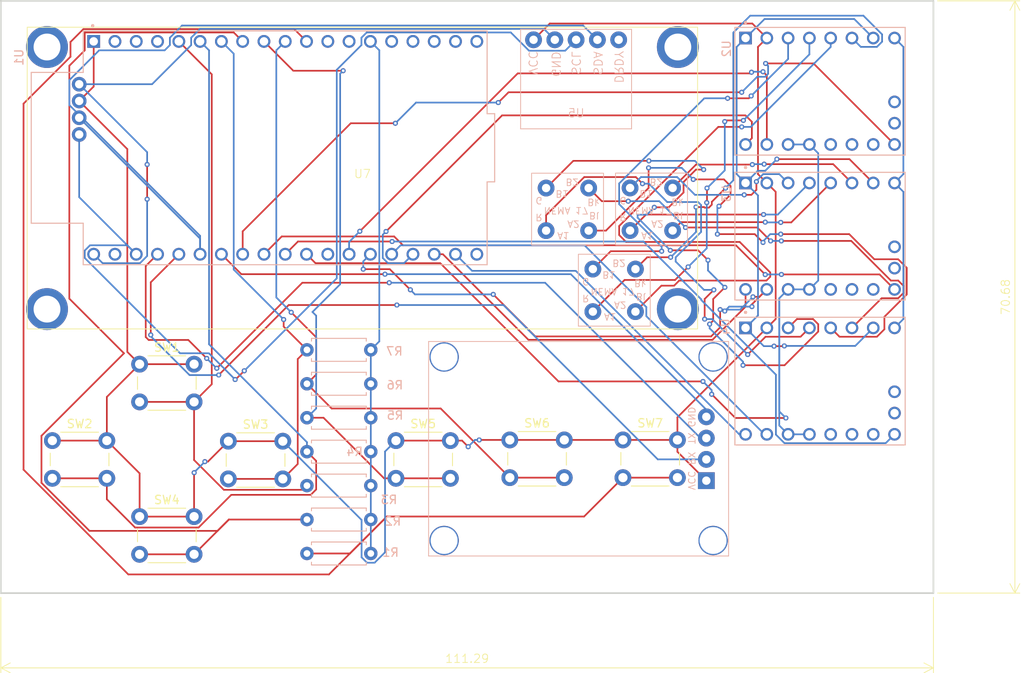
<source format=kicad_pcb>
(kicad_pcb (version 20241229) (generator "pcbnew") (generator_version "9.0")
  (layers (0 "F.Cu" signal) (2 "B.Cu" signal) (13 "F.Paste" user) (15 "B.Paste" user) (5 "F.SilkS" user "F.Silkscreen") (7 "B.SilkS" user "B.Silkscreen") (1 "F.Mask" user) (3 "B.Mask" user) (25 "Edge.Cuts" user))
  (net 0 "")
  (net 1 "Net-(U2-M1A)")
  (net 2 "Net-(U2-M2B)")
  (net 3 "Net-(M1--)")
  (net 4 "Net-(U2-M1B)")
  (net 5 "Net-(M2--)")
  (net 6 "Net-(U3-M1B)")
  (net 7 "Net-(U3-M2B)")
  (net 8 "Net-(U3-M1A)")
  (net 9 "Net-(M3--)")
  (net 10 "Net-(U4-M1A)")
  (net 11 "Net-(U4-M2B)")
  (net 12 "Net-(U4-M1B)")
  (net 13 "Net-(U1-GND1)")
  (net 14 "Net-(U1-IO27)")
  (net 15 "Net-(U1-IO33)")
  (net 16 "Net-(U1-IO34)")
  (net 17 "Net-(U1-IO35)")
  (net 18 "Net-(U1-IO25)")
  (net 19 "Net-(U1-IO26)")
  (net 20 "Net-(U1-IO32)")
  (net 21 "Net-(U1-3V3)")
  (net 24 "Net-(U1-RXD0)")
  (net 28 "Net-(U1-GND2)")
  (net 29 "Net-(U1-IO4)")
  (net 31 "Net-(U1-IO17)")
  (net 32 "Net-(U1-TXD0)")
  (net 35 "Net-(U1-IO22)")
  (net 36 "Net-(U1-IO18)")
  (net 37 "Net-(U1-IO19)")
  (net 38 "Net-(U1-SD1)")
  (net 39 "Net-(U1-IO0)")
  (net 40 "Net-(U1-IO2)")
  (net 44 "Net-(U1-GND3)")
  (net 45 "Net-(U1-SD0)")
  (net 46 "Net-(U1-IO21)")
  (net 48 "Net-(U1-IO15)")
  (net 49 "Net-(U1-IO5)")
  (net 51 "GND (6S LiPo)")
  (net 55 "+22.2V-25.2V (6S LiPo)")
  (footprint "Button_Switch_THT:SW_PUSH_6mm" (layer "F.Cu") (at 94.53 108.06)
    (property "Reference" "SW2")
    (property "Value" "SW_Push")
  )
  (footprint "Button_Switch_THT:SW_PUSH_6mm" (layer "F.Cu") (at 115.53 108.13)
    (property "Reference" "SW3")
    (property "Value" "SW_Push")
  )
  (footprint "Button_Switch_THT:SW_PUSH_6mm" (layer "F.Cu") (at 149.12 107.98)
    (property "Reference" "SW6")
    (property "Value" "SW_Push")
  )
  (footprint "Button_Switch_THT:SW_PUSH_6mm" (layer "F.Cu") (at 104.94 98.94)
    (property "Reference" "SW1")
    (property "Value" "SW_Push")
  )
  (footprint "Button_Switch_THT:SW_PUSH_6mm" (layer "F.Cu") (at 162.62 107.98)
    (property "Reference" "SW7")
    (property "Value" "SW_Push")
  )
  (footprint "Button_Switch_THT:SW_PUSH_6mm" (layer "F.Cu") (at 135.53 108.06)
    (property "Reference" "SW5")
    (property "Value" "SW_Push")
  )
  (footprint "i2c_LCD:i2c_LCD" (layer "F.Cu") (at 131.53 76.73)
    (property "Reference" "U7")
    (property "Value" "i2c_LCD")
  )
  (footprint "Button_Switch_THT:SW_PUSH_6mm" (layer "F.Cu") (at 104.94 117.13)
    (property "Reference" "SW4")
    (property "Value" "SW_Push")
  )
  (footprint "DEVKIT_V1_ESP32-WROOM-32:MODULE_DEVKIT_V1_ESP32-WROOM-32" (layer "B.Cu") (at 122.31 73.12 -90)
    (property "Reference" "U1")
    (property "Value" "DEVKIT_V1_ESP32-WROOM-32")
  )
  (footprint "Resistor_THT:R_Axial_DIN0207_L6.3mm_D2.5mm_P7.62mm_Horizontal" (layer "B.Cu") (at 124.91 121.53)
    (property "Reference" "R1")
    (property "Value" "10K")
  )
  (footprint "Resistor_THT:R_Axial_DIN0207_L6.3mm_D2.5mm_P7.62mm_Horizontal" (layer "B.Cu") (at 124.91 117.48)
    (property "Reference" "R2")
    (property "Value" "10K")
  )
  (footprint "Resistor_THT:R_Axial_DIN0207_L6.3mm_D2.5mm_P7.62mm_Horizontal" (layer "B.Cu") (at 124.91 105.33)
    (property "Reference" "R5")
    (property "Value" "10K")
  )
  (footprint "NEO-8M:GPS NEO-8M" (layer "B.Cu") (at 157.33 109.03)
    (property "Reference" "U6" (hide yes))
    (property "Value" "NEO-8M")
  )
  (footprint "Resistor_THT:R_Axial_DIN0207_L6.3mm_D2.5mm_P7.62mm_Horizontal" (layer "B.Cu") (at 124.91 101.28)
    (property "Reference" "R6")
    (property "Value" "10K")
  )
  (footprint "TMC2209_MODULE:MODULE_TMC2209_SILENTSTEPSTICK" (layer "B.Cu") (at 186.14 83.665 -90)
    (property "Reference" "U3")
    (property "Value" "TMC2209_SILENTSTEPSTICK")
  )
  (footprint "NEMA_17:NEMA-17" (layer "B.Cu") (at 154.72 81.73)
    (property "Reference" "M3" (hide yes))
    (property "Value" "Stepper_Motor_bipolar" (hide yes))
  )
  (footprint "NEMA_17:NEMA-17" (layer "B.Cu") (at 160.3 91.4)
    (property "Reference" "M1" (hide yes))
    (property "Value" "Stepper_Motor_bipolar" (hide yes))
  )
  (footprint "TMC2209_MODULE:MODULE_TMC2209_SILENTSTEPSTICK" (layer "B.Cu") (at 186.14 66.37 -90)
    (property "Reference" "U2")
    (property "Value" "TMC2209_SILENTSTEPSTICK")
  )
  (footprint "QMC5883L:QMC5883L" (layer "B.Cu") (at 157.03 65.23 180)
    (property "Reference" "U5")
    (property "Value" "QMC5883L_COMPASS" (hide yes))
  )
  (footprint "TMC2209_MODULE:MODULE_TMC2209_SILENTSTEPSTICK" (layer "B.Cu") (at 186.14 100.96 -90)
    (property "Reference" "U4")
    (property "Value" "TMC2209_SILENTSTEPSTICK")
  )
  (footprint "NEMA_17:NEMA-17" (layer "B.Cu") (at 164.74 81.72)
    (property "Reference" "M2" (hide yes))
    (property "Value" "Stepper_Motor_bipolar" (hide yes))
  )
  (footprint "Resistor_THT:R_Axial_DIN0207_L6.3mm_D2.5mm_P7.62mm_Horizontal" (layer "B.Cu") (at 124.91 113.43)
    (property "Reference" "R3")
    (property "Value" "10K")
  )
  (footprint "Resistor_THT:R_Axial_DIN0207_L6.3mm_D2.5mm_P7.62mm_Horizontal" (layer "B.Cu") (at 124.91 97.23)
    (property "Reference" "R7")
    (property "Value" "10K")
  )
  (footprint "Resistor_THT:R_Axial_DIN0207_L6.3mm_D2.5mm_P7.62mm_Horizontal" (layer "B.Cu") (at 124.91 109.38)
    (property "Reference" "R4")
    (property "Value" "10K")
  )
  (gr_rect (start 88.38 55.58) (end 199.67 126.26) (stroke (width 0.2)) (fill no) (layer "Edge.Cuts"))
  (dimension (type orthogonal) (layer "F.SilkS") (pts (xy 199.67 126.26) (xy 199.67 55.58)) (height 9.72) (orientation 1) (format (prefix "") (suffix "") (units 3) (units_format 0) (precision 4) (suppress_zeroes yes)) (style (thickness 0.1) (arrow_length 1.27) (text_position_mode 0) (arrow_direction outward) (extension_height 0.58642) (extension_offset 0.5) (keep_text_aligned yes)) (gr_text "70.68" (at 208.29 90.92 90) (layer "F.SilkS") (effects (font (size 1 1) (thickness 0.1)))))
  (dimension (type orthogonal) (layer "F.SilkS") (pts (xy 199.67 126.26) (xy 88.38 126.26)) (height 8.92) (orientation 0) (format (prefix "") (suffix "") (units 3) (units_format 0) (precision 4) (suppress_zeroes yes)) (style (thickness 0.1) (arrow_length 1.27) (text_position_mode 0) (arrow_direction outward) (extension_height 0.58642) (extension_offset 0.5) (keep_text_aligned yes)) (gr_text "111.29" (at 144.025 134.08 0) (layer "F.SilkS") (effects (font (size 1 1) (thickness 0.1)))))
  (segment (start 176.99 69.85) (end 174.91 69.85) (width 0.2) (layer "F.Cu") (net 1))
  (segment (start 168.839 88.891) (end 162.809 88.891) (width 0.2) (layer "F.Cu") (net 1))
  (segment (start 174.91 69.85) (end 174.77 69.99) (width 0.2) (layer "F.Cu") (net 1))
  (segment (start 172.65 77.93) (end 172.65 79.63) (width 0.2) (layer "F.Cu") (net 1))
  (segment (start 162.809 88.891) (end 159.03 92.67) (width 0.2) (layer "F.Cu") (net 1))
  (segment (start 170.4 87.33) (end 168.839 88.891) (width 0.2) (layer "F.Cu") (net 1))
  (segment (start 172.65 79.63) (end 172.62 79.66) (width 0.2) (layer "F.Cu") (net 1))
  (via (at 172.65 77.93) (size 0.6) (drill 0.3) (layers "F.Cu" "B.Cu") (net 1))
  (via (at 170.4 87.33) (size 0.6) (drill 0.3) (layers "F.Cu" "B.Cu") (net 1))
  (via (at 176.99 69.85) (size 0.6) (drill 0.3) (layers "F.Cu" "B.Cu") (net 1))
  (via (at 172.62 79.66) (size 0.6) (drill 0.3) (layers "F.Cu" "B.Cu") (net 1))
  (via (at 174.77 69.99) (size 0.6) (drill 0.3) (layers "F.Cu" "B.Cu") (net 1))
  (segment (start 172.62 79.66) (end 172.62 85.11) (width 0.2) (layer "B.Cu") (net 1))
  (segment (start 172.62 85.11) (end 170.4 87.33) (width 0.2) (layer "B.Cu") (net 1))
  (segment (start 184.87 61.97) (end 176.99 69.85) (width 0.2) (layer "B.Cu") (net 1))
  (segment (start 184.87 60.02) (end 184.87 61.97) (width 0.2) (layer "B.Cu") (net 1))
  (segment (start 174.77 69.99) (end 174.77 75.81) (width 0.2) (layer "B.Cu") (net 1))
  (segment (start 174.77 75.81) (end 172.65 77.93) (width 0.2) (layer "B.Cu") (net 1))
  (segment (start 168.31 86.18) (end 165.52 86.18) (width 0.2) (layer "F.Cu") (net 2))
  (segment (start 173.221 79.569) (end 174.86 77.93) (width 0.2) (layer "F.Cu") (net 2))
  (segment (start 172.371057 80.261) (end 172.868943 80.261) (width 0.2) (layer "F.Cu") (net 2))
  (segment (start 172.300057 80.19) (end 172.371057 80.261) (width 0.2) (layer "F.Cu") (net 2))
  (segment (start 173.221 79.908943) (end 173.221 79.569) (width 0.2) (layer "F.Cu") (net 2))
  (segment (start 165.52 86.18) (end 164.11 87.59) (width 0.2) (layer "F.Cu") (net 2))
  (segment (start 172.868943 80.261) (end 173.221 79.908943) (width 0.2) (layer "F.Cu") (net 2))
  (segment (start 171.34 80.19) (end 172.300057 80.19) (width 0.2) (layer "F.Cu") (net 2))
  (via (at 171.34 80.19) (size 0.6) (drill 0.3) (layers "F.Cu" "B.Cu") (net 2))
  (via (at 168.31 86.18) (size 0.6) (drill 0.3) (layers "F.Cu" "B.Cu") (net 2))
  (via (at 174.86 77.93) (size 0.6) (drill 0.3) (layers "F.Cu" "B.Cu") (net 2))
  (segment (start 177.811 57.349) (end 175.789 59.371) (width 0.2) (layer "B.Cu") (net 2))
  (segment (start 191.005 61.075) (end 192.926996 61.075) (width 0.2) (layer "B.Cu") (net 2))
  (segment (start 175.789 77.001) (end 174.86 77.93) (width 0.2) (layer "B.Cu") (net 2))
  (segment (start 171.34 80.19) (end 171.34 83.16) (width 0.2) (layer "B.Cu") (net 2))
  (segment (start 171.34 83.16) (end 168.34 86.16) (width 0.2) (layer "B.Cu") (net 2))
  (segment (start 192.926996 61.075) (end 193.545 60.456996) (width 0.2) (layer "B.Cu") (net 2))
  (segment (start 191.310996 57.349) (end 177.811 57.349) (width 0.2) (layer "B.Cu") (net 2))
  (segment (start 189.95 60.02) (end 191.005 61.075) (width 0.2) (layer "B.Cu") (net 2))
  (segment (start 168.33 86.16) (end 168.31 86.18) (width 0.2) (layer "B.Cu") (net 2))
  (segment (start 193.545 59.583004) (end 191.310996 57.349) (width 0.2) (layer "B.Cu") (net 2))
  (segment (start 193.545 60.456996) (end 193.545 59.583004) (width 0.2) (layer "B.Cu") (net 2))
  (segment (start 168.34 86.16) (end 168.33 86.16) (width 0.2) (layer "B.Cu") (net 2))
  (segment (start 175.789 59.371) (end 175.789 77.001) (width 0.2) (layer "B.Cu") (net 2))
  (segment (start 173.995509 70.624599) (end 162.169 82.451108) (width 0.2) (layer "F.Cu") (net 3))
  (segment (start 168.7281 89.569) (end 167.211 89.569) (width 0.2) (layer "F.Cu") (net 3))
  (segment (start 162.169 83.528892) (end 162.993108 84.353) (width 0.2) (layer "F.Cu") (net 3))
  (segment (start 162.993108 84.353) (end 176.552943 84.353) (width 0.2) (layer "F.Cu") (net 3))
  (segment (start 176.789999 70.624599) (end 173.995509 70.624599) (width 0.2) (layer "F.Cu") (net 3))
  (segment (start 180.201 88.001057) (end 180.201 88.498943) (width 0.2) (layer "F.Cu") (net 3))
  (segment (start 180.201 88.498943) (end 179.739943 88.96) (width 0.2) (layer "F.Cu") (net 3))
  (segment (start 179.739943 88.96) (end 169.3371 88.96) (width 0.2) (layer "F.Cu") (net 3))
  (segment (start 176.552943 84.353) (end 180.201 88.001057) (width 0.2) (layer "F.Cu") (net 3))
  (segment (start 169.3371 88.96) (end 168.7281 89.569) (width 0.2) (layer "F.Cu") (net 3))
  (segment (start 162.169 82.451108) (end 162.169 83.528892) (width 0.2) (layer "F.Cu") (net 3))
  (segment (start 167.211 89.569) (end 164.11 92.67) (width 0.2) (layer "F.Cu") (net 3))
  (via (at 176.789999 70.624599) (size 0.6) (drill 0.3) (layers "F.Cu" "B.Cu") (net 3))
  (segment (start 177.871718 70.624599) (end 176.789999 70.624599) (width 0.2) (layer "B.Cu") (net 3))
  (segment (start 187.41 61.086317) (end 177.871718 70.624599) (width 0.2) (layer "B.Cu") (net 3))
  (segment (start 187.41 60.02) (end 187.41 61.086317) (width 0.2) (layer "B.Cu") (net 3))
  (segment (start 161.16 85.46) (end 167.24 85.46) (width 0.2) (layer "F.Cu") (net 4))
  (segment (start 177.64 67.21) (end 177.92 66.93) (width 0.2) (layer "F.Cu") (net 4))
  (segment (start 175.11 67.21) (end 177.64 67.21) (width 0.2) (layer "F.Cu") (net 4))
  (segment (start 159.03 87.59) (end 161.16 85.46) (width 0.2) (layer "F.Cu") (net 4))
  (via (at 167.24 85.46) (size 0.6) (drill 0.3) (layers "F.Cu" "B.Cu") (net 4))
  (via (at 175.11 67.21) (size 0.6) (drill 0.3) (layers "F.Cu" "B.Cu") (net 4))
  (via (at 177.92 66.93) (size 0.6) (drill 0.3) (layers "F.Cu" "B.Cu") (net 4))
  (segment (start 167.24 84.920108) (end 162.169 79.849108) (width 0.2) (layer "B.Cu") (net 4))
  (segment (start 172.330108 67.21) (end 175.11 67.21) (width 0.2) (layer "B.Cu") (net 4))
  (segment (start 162.169 77.371108) (end 172.330108 67.21) (width 0.2) (layer "B.Cu") (net 4))
  (segment (start 162.169 79.849108) (end 162.169 77.371108) (width 0.2) (layer "B.Cu") (net 4))
  (segment (start 182.33 62.52) (end 182.33 60.02) (width 0.2) (layer "B.Cu") (net 4))
  (segment (start 177.92 66.93) (end 182.33 62.52) (width 0.2) (layer "B.Cu") (net 4))
  (segment (start 167.24 85.46) (end 167.24 84.920108) (width 0.2) (layer "B.Cu") (net 4))
  (segment (start 182.705 82.02) (end 181.45 82.02) (width 0.2) (layer "F.Cu") (net 5))
  (segment (start 179.6 81.99) (end 169.55 81.99) (width 0.2) (layer "F.Cu") (net 5))
  (segment (start 169.55 81.99) (end 168.55 82.99) (width 0.2) (layer "F.Cu") (net 5))
  (segment (start 187.41 77.315) (end 182.705 82.02) (width 0.2) (layer "F.Cu") (net 5))
  (via (at 181.45 82.02) (size 0.6) (drill 0.3) (layers "F.Cu" "B.Cu") (net 5))
  (via (at 179.6 81.99) (size 0.6) (drill 0.3) (layers "F.Cu" "B.Cu") (net 5))
  (segment (start 181.45 82.02) (end 179.63 82.02) (width 0.2) (layer "B.Cu") (net 5))
  (segment (start 179.63 82.02) (end 179.6 81.99) (width 0.2) (layer "B.Cu") (net 5))
  (segment (start 178.546046 77.156572) (end 178.546046 78.128954) (width 0.2) (layer "F.Cu") (net 6))
  (segment (start 178.546046 78.128954) (end 177.945 78.73) (width 0.2) (layer "F.Cu") (net 6))
  (segment (start 177.945 78.73) (end 177.09 78.73) (width 0.2) (layer "F.Cu") (net 6))
  (via (at 178.546046 77.156572) (size 0.6) (drill 0.3) (layers "F.Cu" "B.Cu") (net 6))
  (via (at 177.09 78.73) (size 0.6) (drill 0.3) (layers "F.Cu" "B.Cu") (net 6))
  (segment (start 171.209892 78.73) (end 169.088892 76.609) (width 0.2) (layer "B.Cu") (net 6))
  (segment (start 169.088892 76.609) (end 164.771 76.609) (width 0.2) (layer "B.Cu") (net 6))
  (segment (start 181.275 76.26) (end 179.353004 76.26) (width 0.2) (layer "B.Cu") (net 6))
  (segment (start 182.33 77.315) (end 181.275 76.26) (width 0.2) (layer "B.Cu") (net 6))
  (segment (start 179.353004 76.26) (end 178.546046 77.066958) (width 0.2) (layer "B.Cu") (net 6))
  (segment (start 164.771 76.609) (end 163.47 77.91) (width 0.2) (layer "B.Cu") (net 6))
  (segment (start 177.09 78.73) (end 171.209892 78.73) (width 0.2) (layer "B.Cu") (net 6))
  (segment (start 178.546046 77.066958) (end 178.546046 77.156572) (width 0.2) (layer "B.Cu") (net 6))
  (segment (start 189.95 77.315) (end 187.705 75.07) (width 0.2) (layer "F.Cu") (net 7))
  (segment (start 178.06 75.12) (end 171.34 75.12) (width 0.2) (layer "F.Cu") (net 7))
  (segment (start 187.705 75.07) (end 179.47 75.07) (width 0.2) (layer "F.Cu") (net 7))
  (segment (start 171.34 75.12) (end 168.55 77.91) (width 0.2) (layer "F.Cu") (net 7))
  (via (at 179.47 75.07) (size 0.6) (drill 0.3) (layers "F.Cu" "B.Cu") (net 7))
  (via (at 178.06 75.12) (size 0.6) (drill 0.3) (layers "F.Cu" "B.Cu") (net 7))
  (segment (start 178.11 75.07) (end 178.06 75.12) (width 0.2) (layer "B.Cu") (net 7))
  (segment (start 179.47 75.07) (end 178.11 75.07) (width 0.2) (layer "B.Cu") (net 7))
  (segment (start 165.38 81.08) (end 163.47 82.99) (width 0.2) (layer "F.Cu") (net 8))
  (segment (start 179.4 81.08) (end 165.38 81.08) (width 0.2) (layer "F.Cu") (net 8))
  (via (at 179.4 81.08) (size 0.6) (drill 0.3) (layers "F.Cu" "B.Cu") (net 8))
  (segment (start 181.105 81.08) (end 179.4 81.08) (width 0.2) (layer "B.Cu") (net 8))
  (segment (start 184.87 77.315) (end 181.105 81.08) (width 0.2) (layer "B.Cu") (net 8))
  (segment (start 175.461 77.681057) (end 174.669943 76.89) (width 0.2) (layer "F.Cu") (net 9))
  (segment (start 193.82 93.284096) (end 196.486 90.618096) (width 0.2) (layer "F.Cu") (net 9))
  (segment (start 188.465 95.665) (end 192.926996 95.665) (width 0.2) (layer "F.Cu") (net 9))
  (segment (start 174.669943 76.89) (end 171.01 76.89) (width 0.2) (layer "F.Cu") (net 9))
  (segment (start 187.41 94.61) (end 188.465 95.665) (width 0.2) (layer "F.Cu") (net 9))
  (segment (start 160.589943 83) (end 158.53 83) (width 0.2) (layer "F.Cu") (net 9))
  (segment (start 192.620104 86.42) (end 189.620104 83.42) (width 0.2) (layer "F.Cu") (net 9))
  (segment (start 174.08 80.09) (end 175.461 78.709) (width 0.2) (layer "F.Cu") (net 9))
  (segment (start 189.620104 83.42) (end 181.45 83.42) (width 0.2) (layer "F.Cu") (net 9))
  (segment (start 165.68 75.51) (end 165.68 77.909943) (width 0.2) (layer "F.Cu") (net 9))
  (segment (start 196.486 90.618096) (end 196.486 87.439004) (width 0.2) (layer "F.Cu") (net 9))
  (segment (start 195.466996 86.42) (end 192.620104 86.42) (width 0.2) (layer "F.Cu") (net 9))
  (segment (start 175.461 78.709) (end 175.461 77.681057) (width 0.2) (layer "F.Cu") (net 9))
  (segment (start 179.335 84.41) (end 178.345 83.42) (width 0.2) (layer "F.Cu") (net 9))
  (segment (start 192.926996 95.665) (end 193.82 94.771996) (width 0.2) (layer "F.Cu") (net 9))
  (segment (start 165.68 77.909943) (end 160.589943 83) (width 0.2) (layer "F.Cu") (net 9))
  (segment (start 178.345 83.42) (end 173.89 83.42) (width 0.2) (layer "F.Cu") (net 9))
  (segment (start 193.82 94.771996) (end 193.82 93.284096) (width 0.2) (layer "F.Cu") (net 9))
  (segment (start 196.486 87.439004) (end 195.466996 86.42) (width 0.2) (layer "F.Cu") (net 9))
  (via (at 165.68 75.51) (size 0.6) (drill 0.3) (layers "F.Cu" "B.Cu") (net 9))
  (via (at 173.89 83.42) (size 0.6) (drill 0.3) (layers "F.Cu" "B.Cu") (net 9))
  (via (at 181.45 83.42) (size 0.6) (drill 0.3) (layers "F.Cu" "B.Cu") (net 9))
  (via (at 171.01 76.89) (size 0.6) (drill 0.3) (layers "F.Cu" "B.Cu") (net 9))
  (via (at 179.335 84.41) (size 0.6) (drill 0.3) (layers "F.Cu" "B.Cu") (net 9))
  (via (at 174.08 80.09) (size 0.6) (drill 0.3) (layers "F.Cu" "B.Cu") (net 9))
  (segment (start 173.89 80.28) (end 174.08 80.09) (width 0.2) (layer "B.Cu") (net 9))
  (segment (start 181.45 83.42) (end 180.2 83.42) (width 0.2) (layer "B.Cu") (net 9))
  (segment (start 179.335 84.285) (end 179.335 84.41) (width 0.2) (layer "B.Cu") (net 9))
  (segment (start 180.2 83.42) (end 179.335 84.285) (width 0.2) (layer "B.Cu") (net 9))
  (segment (start 169.63 75.51) (end 165.68 75.51) (width 0.2) (layer "B.Cu") (net 9))
  (segment (start 173.89 83.42) (end 173.89 80.28) (width 0.2) (layer "B.Cu") (net 9))
  (segment (start 171.01 76.89) (end 169.63 75.51) (width 0.2) (layer "B.Cu") (net 9))
  (segment (start 164.159 76.609) (end 158.001108 76.609) (width 0.2) (layer "F.Cu") (net 10))
  (segment (start 172.37 93.56) (end 172.37 91.16) (width 0.2) (layer "F.Cu") (net 10))
  (segment (start 158.001108 76.609) (end 153.45 81.160108) (width 0.2) (layer "F.Cu") (net 10))
  (segment (start 153.45 81.160108) (end 153.45 83) (width 0.2) (layer "F.Cu") (net 10))
  (segment (start 179.635 95.665) (end 177.51 97.79) (width 0.2) (layer "F.Cu") (net 10))
  (segment (start 172.37 91.16) (end 173.46 90.07) (width 0.2) (layer "F.Cu") (net 10))
  (segment (start 164.95 77.4) (end 164.159 76.609) (width 0.2) (layer "F.Cu") (net 10))
  (segment (start 183.815 95.665) (end 179.635 95.665) (width 0.2) (layer "F.Cu") (net 10))
  (segment (start 184.87 94.61) (end 183.815 95.665) (width 0.2) (layer "F.Cu") (net 10))
  (via (at 172.37 93.56) (size 0.6) (drill 0.3) (layers "F.Cu" "B.Cu") (net 10))
  (via (at 177.51 97.79) (size 0.6) (drill 0.3) (layers "F.Cu" "B.Cu") (net 10))
  (via (at 173.46 90.07) (size 0.6) (drill 0.3) (layers "F.Cu" "B.Cu") (net 10))
  (via (at 164.95 77.4) (size 0.6) (drill 0.3) (layers "F.Cu" "B.Cu") (net 10))
  (segment (start 167.898943 79.589) (end 165.709943 77.4) (width 0.2) (layer "B.Cu") (net 10))
  (segment (start 171.941 79.941057) (end 171.588943 79.589) (width 0.2) (layer "B.Cu") (net 10))
  (segment (start 168.911 86.690943) (end 168.911 86.193057) (width 0.2) (layer "B.Cu") (net 10))
  (segment (start 177.51 97.79) (end 173.28 93.56) (width 0.2) (layer "B.Cu") (net 10))
  (segment (start 173.46 90.07) (end 172.290057 90.07) (width 0.2) (layer "B.Cu") (net 10))
  (segment (start 171.588943 79.589) (end 167.898943 79.589) (width 0.2) (layer "B.Cu") (net 10))
  (segment (start 171.941 83.163057) (end 171.941 79.941057) (width 0.2) (layer "B.Cu") (net 10))
  (segment (start 165.709943 77.4) (end 164.95 77.4) (width 0.2) (layer "B.Cu") (net 10))
  (segment (start 168.911 86.193057) (end 171.941 83.163057) (width 0.2) (layer "B.Cu") (net 10))
  (segment (start 173.28 93.56) (end 172.37 93.56) (width 0.2) (layer "B.Cu") (net 10))
  (segment (start 172.290057 90.07) (end 168.911 86.690943) (width 0.2) (layer "B.Cu") (net 10))
  (segment (start 196.085 90.451996) (end 196.085 89.578004) (width 0.2) (layer "F.Cu") (net 11))
  (segment (start 189.95 94.61) (end 193.49 91.07) (width 0.2) (layer "F.Cu") (net 11))
  (segment (start 194.593004 88.96) (end 189.863004 84.23) (width 0.2) (layer "F.Cu") (net 11))
  (segment (start 195.466996 88.96) (end 194.593004 88.96) (width 0.2) (layer "F.Cu") (net 11))
  (segment (start 189.863004 84.23) (end 181.52 84.23) (width 0.2) (layer "F.Cu") (net 11))
  (segment (start 178.645 82.63) (end 170.09 82.63) (width 0.2) (layer "F.Cu") (net 11))
  (segment (start 160.1 79.49) (end 158.53 77.92) (width 0.2) (layer "F.Cu") (net 11))
  (segment (start 163.25 79.49) (end 160.1 79.49) (width 0.2) (layer "F.Cu") (net 11))
  (segment (start 193.49 91.07) (end 195.466996 91.07) (width 0.2) (layer "F.Cu") (net 11))
  (segment (start 195.466996 91.07) (end 196.085 90.451996) (width 0.2) (layer "F.Cu") (net 11))
  (segment (start 196.085 89.578004) (end 195.466996 88.96) (width 0.2) (layer "F.Cu") (net 11))
  (segment (start 180.245 84.23) (end 178.645 82.63) (width 0.2) (layer "F.Cu") (net 11))
  (via (at 181.52 84.23) (size 0.6) (drill 0.3) (layers "F.Cu" "B.Cu") (net 11))
  (via (at 180.245 84.23) (size 0.6) (drill 0.3) (layers "F.Cu" "B.Cu") (net 11))
  (via (at 170.09 82.63) (size 0.6) (drill 0.3) (layers "F.Cu" "B.Cu") (net 11))
  (via (at 163.25 79.49) (size 0.6) (drill 0.3) (layers "F.Cu" "B.Cu") (net 11))
  (segment (start 170.09 82.63) (end 166.95 79.49) (width 0.2) (layer "B.Cu") (net 11))
  (segment (start 181.52 84.23) (end 180.245 84.23) (width 0.2) (layer "B.Cu") (net 11))
  (segment (start 166.95 79.49) (end 163.25 79.49) (width 0.2) (layer "B.Cu") (net 11))
  (segment (start 185.925 95.046996) (end 181.901996 99.07) (width 0.2) (layer "F.Cu") (net 12))
  (segment (start 173.39 93.735588) (end 173.39 91.16) (width 0.2) (layer "F.Cu") (net 12))
  (segment (start 166.36 80.22) (end 168.079892 80.22) (width 0.2) (layer "F.Cu") (net 12))
  (segment (start 185.925 94.173004) (end 185.925 95.046996) (width 0.2) (layer "F.Cu") (net 12))
  (segment (start 182.33 94.61) (end 183.385 93.555) (width 0.2) (layer "F.Cu") (net 12))
  (segment (start 185.306996 93.555) (end 185.925 94.173004) (width 0.2) (layer "F.Cu") (net 12))
  (segment (start 172.77 86.53) (end 171.594 85.354) (width 0.2) (layer "F.Cu") (net 12))
  (segment (start 173.39 91.16) (end 174.78 89.77) (width 0.2) (layer "F.Cu") (net 12))
  (segment (start 169.851 78.448892) (end 169.851 77.199057) (width 0.2) (layer "F.Cu") (net 12))
  (segment (start 165.714319 74.674319) (end 156.695681 74.674319) (width 0.2) (layer "F.Cu") (net 12))
  (segment (start 171.330057 75.72) (end 172.25 75.72) (width 0.2) (layer "F.Cu") (net 12))
  (segment (start 169.851 77.199057) (end 171.330057 75.72) (width 0.2) (layer "F.Cu") (net 12))
  (segment (start 181.901996 99.07) (end 176.95 99.07) (width 0.2) (layer "F.Cu") (net 12))
  (segment (start 183.385 93.555) (end 185.306996 93.555) (width 0.2) (layer "F.Cu") (net 12))
  (segment (start 172.965588 94.16) (end 173.39 93.735588) (width 0.2) (layer "F.Cu") (net 12))
  (segment (start 171.594 85.354) (end 168.27 85.354) (width 0.2) (layer "F.Cu") (net 12))
  (segment (start 156.695681 74.674319) (end 153.45 77.92) (width 0.2) (layer "F.Cu") (net 12))
  (segment (start 168.079892 80.22) (end 169.851 78.448892) (width 0.2) (layer "F.Cu") (net 12))
  (via (at 172.77 86.53) (size 0.6) (drill 0.3) (layers "F.Cu" "B.Cu") (net 12))
  (via (at 166.36 80.22) (size 0.6) (drill 0.3) (layers "F.Cu" "B.Cu") (net 12))
  (via (at 176.95 99.07) (size 0.6) (drill 0.3) (layers "F.Cu" "B.Cu") (net 12))
  (via (at 168.27 85.354) (size 0.6) (drill 0.3) (layers "F.Cu" "B.Cu") (net 12))
  (via (at 172.25 75.72) (size 0.6) (drill 0.3) (layers "F.Cu" "B.Cu") (net 12))
  (via (at 165.714319 74.674319) (size 0.6) (drill 0.3) (layers "F.Cu" "B.Cu") (net 12))
  (via (at 174.78 89.77) (size 0.6) (drill 0.3) (layers "F.Cu" "B.Cu") (net 12))
  (via (at 172.965588 94.16) (size 0.6) (drill 0.3) (layers "F.Cu" "B.Cu") (net 12))
  (segment (start 173.14 88.13) (end 172.77 87.76) (width 0.2) (layer "B.Cu") (net 12))
  (segment (start 174.78 89.77) (end 173.14 88.13) (width 0.2) (layer "B.Cu") (net 12))
  (segment (start 172.77 87.76) (end 172.77 86.53) (width 0.2) (layer "B.Cu") (net 12))
  (segment (start 165.480681 81.099319) (end 166.36 80.22) (width 0.2) (layer "B.Cu") (net 12))
  (segment (start 164.369319 81.453319) (end 164.369319 81.099319) (width 0.2) (layer "B.Cu") (net 12))
  (segment (start 168.27 85.354) (end 164.369319 81.453319) (width 0.2) (layer "B.Cu") (net 12))
  (segment (start 176.95 98.65) (end 176.95 99.07) (width 0.2) (layer "B.Cu") (net 12))
  (segment (start 172.965588 94.665588) (end 176.95 98.65) (width 0.2) (layer "B.Cu") (net 12))
  (segment (start 164.369319 81.099319) (end 165.480681 81.099319) (width 0.2) (layer "B.Cu") (net 12))
  (segment (start 172.25 75.72) (end 171.204319 74.674319) (width 0.2) (layer "B.Cu") (net 12))
  (segment (start 171.204319 74.674319) (end 165.714319 74.674319) (width 0.2) (layer "B.Cu") (net 12))
  (segment (start 172.965588 94.16) (end 172.965588 94.665588) (width 0.2) (layer "B.Cu") (net 12))
  (segment (start 132.53 97.23) (end 133.546 96.214) (width 0.2) (layer "B.Cu") (net 13))
  (segment (start 132.53 101.28) (end 132.53 97.23) (width 0.2) (layer "B.Cu") (net 13))
  (segment (start 132.53 117.48) (end 132.53 113.43) (width 0.2) (layer "B.Cu") (net 13))
  (segment (start 132.53 109.38) (end 132.53 105.33) (width 0.2) (layer "B.Cu") (net 13))
  (segment (start 132.53 105.33) (end 132.53 101.28) (width 0.2) (layer "B.Cu") (net 13))
  (segment (start 132.53 113.43) (end 132.53 109.38) (width 0.2) (layer "B.Cu") (net 13))
  (segment (start 133.546 61.486) (end 132.48 60.42) (width 0.2) (layer "B.Cu") (net 13))
  (segment (start 133.546 96.214) (end 133.546 61.486) (width 0.2) (layer "B.Cu") (net 13))
  (segment (start 132.53 121.53) (end 132.53 117.48) (width 0.2) (layer "B.Cu") (net 13))
  (segment (start 96.691 60.4899) (end 98.2279 58.953) (width 0.2) (layer "F.Cu") (net 14))
  (segment (start 162.62 112.48) (end 169.12 112.48) (width 0.2) (layer "F.Cu") (net 14))
  (segment (start 91.089 111.525992) (end 91.089 67.852213) (width 0.2) (layer "F.Cu") (net 14))
  (segment (start 157.981 117.119) (end 134.44805 117.119) (width 0.2) (layer "F.Cu") (net 14))
  (segment (start 103.593008 124.03) (end 91.089 111.525992) (width 0.2) (layer "F.Cu") (net 14))
  (segment (start 134.44805 117.119) (end 127.53705 124.03) (width 0.2) (layer "F.Cu") (net 14))
  (segment (start 162.62 112.48) (end 157.981 117.119) (width 0.2) (layer "F.Cu") (net 14))
  (segment (start 98.2279 58.953) (end 123.393 58.953) (width 0.2) (layer "F.Cu") (net 14))
  (segment (start 91.089 67.852213) (end 96.691 62.250213) (width 0.2) (layer "F.Cu") (net 14))
  (segment (start 96.691 62.250213) (end 96.691 60.4899) (width 0.2) (layer "F.Cu") (net 14))
  (segment (start 127.53705 124.03) (end 103.593008 124.03) (width 0.2) (layer "F.Cu") (net 14))
  (segment (start 123.393 58.953) (end 124.86 60.42) (width 0.2) (layer "F.Cu") (net 14))
  (segment (start 130.03705 121.53) (end 124.91 121.53) (width 0.2) (layer "F.Cu") (net 14))
  (segment (start 134.44805 117.119) (end 130.03705 121.53) (width 0.2) (layer "F.Cu") (net 14))
  (segment (start 116.174 59.354) (end 117.24 60.42) (width 0.2) (layer "F.Cu") (net 15))
  (segment (start 98.394 61.486) (end 98.394 59.354) (width 0.2) (layer "F.Cu") (net 15))
  (segment (start 114.238 118.832) (end 98.962108 118.832) (width 0.2) (layer "F.Cu") (net 15))
  (segment (start 115.59 117.48) (end 114.238 118.832) (width 0.2) (layer "F.Cu") (net 15))
  (segment (start 111.44 121.63) (end 115.59 117.48) (width 0.2) (layer "F.Cu") (net 15))
  (segment (start 96.554 63.326) (end 98.394 61.486) (width 0.2) (layer "F.Cu") (net 15))
  (segment (start 98.394 59.354) (end 116.174 59.354) (width 0.2) (layer "F.Cu") (net 15))
  (segment (start 93.229 107.4841) (end 103.073 97.6401) (width 0.2) (layer "F.Cu") (net 15))
  (segment (start 103.073 97.6401) (end 96.554 91.1211) (width 0.2) (layer "F.Cu") (net 15))
  (segment (start 104.94 121.63) (end 111.44 121.63) (width 0.2) (layer "F.Cu") (net 15))
  (segment (start 96.554 91.1211) (end 96.554 63.326) (width 0.2) (layer "F.Cu") (net 15))
  (segment (start 98.962108 118.832) (end 93.229 113.098892) (width 0.2) (layer "F.Cu") (net 15))
  (segment (start 115.59 117.48) (end 124.91 117.48) (width 0.2) (layer "F.Cu") (net 15))
  (segment (start 93.229 113.098892) (end 93.229 107.4841) (width 0.2) (layer "F.Cu") (net 15))
  (segment (start 104.94 103.44) (end 111.44 103.44) (width 0.2) (layer "F.Cu") (net 16))
  (segment (start 111.44 110.379892) (end 114.991108 113.931) (width 0.2) (layer "F.Cu") (net 16))
  (segment (start 113.55 101.33) (end 113.55 64.35) (width 0.2) (layer "F.Cu") (net 16))
  (segment (start 111.44 103.44) (end 111.44 110.379892) (width 0.2) (layer "F.Cu") (net 16))
  (segment (start 111.44 103.44) (end 113.55 101.33) (width 0.2) (layer "F.Cu") (net 16))
  (segment (start 114.991108 113.931) (end 124.409 113.931) (width 0.2) (layer "F.Cu") (net 16))
  (segment (start 124.409 113.931) (end 124.91 113.43) (width 0.2) (layer "F.Cu") (net 16))
  (segment (start 113.55 64.35) (end 109.62 60.42) (width 0.2) (layer "F.Cu") (net 16))
  (segment (start 101.03 115.059892) (end 104.401108 118.431) (width 0.2) (layer "F.Cu") (net 17))
  (segment (start 126.011 113.88605) (end 126.011 110.481) (width 0.2) (layer "F.Cu") (net 17))
  (segment (start 94.53 112.56) (end 101.03 112.56) (width 0.2) (layer "F.Cu") (net 17))
  (segment (start 126.011 110.481) (end 124.91 109.38) (width 0.2) (layer "F.Cu") (net 17))
  (segment (start 115.878892 114.531) (end 125.36605 114.531) (width 0.2) (layer "F.Cu") (net 17))
  (segment (start 125.36605 114.531) (end 126.011 113.88605) (width 0.2) (layer "F.Cu") (net 17))
  (segment (start 101.03 112.56) (end 101.03 115.059892) (width 0.2) (layer "F.Cu") (net 17))
  (segment (start 111.978892 118.431) (end 115.878892 114.531) (width 0.2) (layer "F.Cu") (net 17))
  (segment (start 104.401108 118.431) (end 111.978892 118.431) (width 0.2) (layer "F.Cu") (net 17))
  (segment (start 113.226 96.56463) (end 113.226 61.486) (width 0.2) (layer "B.Cu") (net 17))
  (segment (start 113.226 61.486) (end 112.16 60.42) (width 0.2) (layer "B.Cu") (net 17))
  (segment (start 124.91 108.24863) (end 113.226 96.56463) (width 0.2) (layer "B.Cu") (net 17))
  (segment (start 124.91 109.38) (end 124.91 108.24863) (width 0.2) (layer "B.Cu") (net 17))
  (segment (start 135.53 112.56) (end 142.03 112.56) (width 0.2) (layer "F.Cu") (net 18))
  (segment (start 126.885787 105.33) (end 124.91 105.33) (width 0.2) (layer "F.Cu") (net 18))
  (segment (start 123.28 63.92) (end 119.78 60.42) (width 0.2) (layer "F.Cu") (net 18))
  (segment (start 129.23 63.92) (end 123.28 63.92) (width 0.2) (layer "F.Cu") (net 18))
  (segment (start 135.53 112.56) (end 134.115787 112.56) (width 0.2) (layer "F.Cu") (net 18))
  (segment (start 134.115787 112.56) (end 126.885787 105.33) (width 0.2) (layer "F.Cu") (net 18))
  (via (at 129.23 63.92) (size 0.6) (drill 0.3) (layers "F.Cu" "B.Cu") (net 18))
  (segment (start 128.874 64.276) (end 129.23 63.92) (width 0.2) (layer "B.Cu") (net 18))
  (segment (start 126.011 93.151) (end 125.57 92.71) (width 0.2) (layer "B.Cu") (net 18))
  (segment (start 124.91 105.33) (end 126.011 104.229) (width 0.2) (layer "B.Cu") (net 18))
  (segment (start 128.874 89.406) (end 128.874 64.276) (width 0.2) (layer "B.Cu") (net 18))
  (segment (start 125.57 92.71) (end 128.874 89.406) (width 0.2) (layer "B.Cu") (net 18))
  (segment (start 126.011 104.229) (end 126.011 93.151) (width 0.2) (layer "B.Cu") (net 18))
  (segment (start 140.869 104.229) (end 127.859 104.229) (width 0.2) (layer "F.Cu") (net 19))
  (segment (start 126.02 95.74) (end 123.03 92.75) (width 0.2) (layer "F.Cu") (net 19))
  (segment (start 127.859 104.229) (end 124.91 101.28) (width 0.2) (layer "F.Cu") (net 19))
  (segment (start 149.12 112.48) (end 140.869 104.229) (width 0.2) (layer "F.Cu") (net 19))
  (segment (start 126.02 100.17) (end 126.02 95.74) (width 0.2) (layer "F.Cu") (net 19))
  (segment (start 149.12 112.48) (end 155.62 112.48) (width 0.2) (layer "F.Cu") (net 19))
  (segment (start 124.91 101.28) (end 126.02 100.17) (width 0.2) (layer "F.Cu") (net 19))
  (via (at 123.03 92.75) (size 0.6) (drill 0.3) (layers "F.Cu" "B.Cu") (net 19))
  (segment (start 123.03 92.75) (end 121.254 90.974) (width 0.2) (layer "B.Cu") (net 19))
  (segment (start 121.254 90.974) (end 121.254 61.486) (width 0.2) (layer "B.Cu") (net 19))
  (segment (start 121.254 61.486) (end 122.32 60.42) (width 0.2) (layer "B.Cu") (net 19))
  (segment (start 122.03 112.63) (end 123.809 110.851) (width 0.2) (layer "F.Cu") (net 20))
  (segment (start 124.91 97.23) (end 122.13 94.45) (width 0.2) (layer "F.Cu") (net 20))
  (segment (start 123.809 98.331) (end 124.91 97.23) (width 0.2) (layer "F.Cu") (net 20))
  (segment (start 123.809 110.851) (end 123.809 98.331) (width 0.2) (layer "F.Cu") (net 20))
  (segment (start 115.53 112.63) (end 122.03 112.63) (width 0.2) (layer "F.Cu") (net 20))
  (segment (start 122.13 94.45) (end 122.13 93.61) (width 0.2) (layer "F.Cu") (net 20))
  (via (at 122.13 93.61) (size 0.6) (drill 0.3) (layers "F.Cu" "B.Cu") (net 20))
  (segment (start 116.17 61.89) (end 114.7 60.42) (width 0.2) (layer "B.Cu") (net 20))
  (segment (start 122.13 93.61) (end 116.17 87.65) (width 0.2) (layer "B.Cu") (net 20))
  (segment (start 116.17 87.65) (end 116.17 61.89) (width 0.2) (layer "B.Cu") (net 20))
  (segment (start 179.79 77.315) (end 178.735 76.26) (width 0.2) (layer "F.Cu") (net 21))
  (segment (start 179.79 94.61) (end 180.845 93.555) (width 0.2) (layer "F.Cu") (net 21))
  (segment (start 135.53 108.06) (end 142.03 108.06) (width 0.2) (layer "F.Cu") (net 21))
  (segment (start 97.73 67.53) (end 99.46 65.8) (width 0.2) (layer "F.Cu") (net 21))
  (segment (start 180.845 78.37) (end 179.79 77.315) (width 0.2) (layer "F.Cu") (net 21))
  (segment (start 180.845 93.555) (end 180.845 78.37) (width 0.2) (layer "F.Cu") (net 21))
  (segment (start 162.62 107.98) (end 169.12 107.98) (width 0.2) (layer "F.Cu") (net 21))
  (segment (start 104.94 117.13) (end 104.94 111.97) (width 0.2) (layer "F.Cu") (net 21))
  (segment (start 155.62 107.98) (end 162.62 107.98) (width 0.2) (layer "F.Cu") (net 21))
  (segment (start 104.94 98.94) (end 103.474 97.474) (width 0.2) (layer "F.Cu") (net 21))
  (segment (start 169.12 105.28) (end 179.79 94.61) (width 0.2) (layer "F.Cu") (net 21))
  (segment (start 179.79 60.02) (end 178.059 58.289) (width 0.2) (layer "F.Cu") (net 21))
  (segment (start 169.12 107.98) (end 169.12 105.28) (width 0.2) (layer "F.Cu") (net 21))
  (segment (start 149.12 107.98) (end 145.47 107.98) (width 0.2) (layer "F.Cu") (net 21))
  (segment (start 112.73 110.57) (end 113.09 110.57) (width 0.2) (layer "F.Cu") (net 21))
  (segment (start 169.12 109.39) (end 172.57 112.84) (width 0.2) (layer "F.Cu") (net 21))
  (segment (start 111.44 117.13) (end 111.44 111.9) (width 0.2) (layer "F.Cu") (net 21))
  (segment (start 143.42 108.06) (end 142.03 108.06) (width 0.2) (layer "F.Cu") (net 21))
  (segment (start 101.03 102.85) (end 101.03 108.06) (width 0.2) (layer "F.Cu") (net 21))
  (segment (start 149.12 107.98) (end 155.62 107.98) (width 0.2) (layer "F.Cu") (net 21))
  (segment (start 178.735 76.26) (end 178.735 61.075) (width 0.2) (layer "F.Cu") (net 21))
  (segment (start 104.94 98.94) (end 101.03 102.85) (width 0.2) (layer "F.Cu") (net 21))
  (segment (start 111.44 111.9) (end 111.45 111.89) (width 0.2) (layer "F.Cu") (net 21))
  (segment (start 103.474 73.274) (end 97.73 67.53) (width 0.2) (layer "F.Cu") (net 21))
  (segment (start 178.735 61.075) (end 179.79 60.02) (width 0.2) (layer "F.Cu") (net 21))
  (segment (start 178.059 58.289) (end 153.891 58.289) (width 0.2) (layer "F.Cu") (net 21))
  (segment (start 103.474 97.474) (end 103.474 73.274) (width 0.2) (layer "F.Cu") (net 21))
  (segment (start 104.94 98.94) (end 111.44 98.94) (width 0.2) (layer "F.Cu") (net 21))
  (segment (start 145.47 107.98) (end 145.469265 107.980735) (width 0.2) (layer "F.Cu") (net 21))
  (segment (start 153.891 58.289) (end 151.95 60.23) (width 0.2) (layer "F.Cu") (net 21))
  (segment (start 99.46 65.8) (end 99.46 60.42) (width 0.2) (layer "F.Cu") (net 21))
  (segment (start 144.15 108.79) (end 143.42 108.06) (width 0.2) (layer "F.Cu") (net 21))
  (segment (start 104.94 111.97) (end 101.03 108.06) (width 0.2) (layer "F.Cu") (net 21))
  (segment (start 113.09 110.57) (end 115.53 108.13) (width 0.2) (layer "F.Cu") (net 21))
  (segment (start 115.53 108.13) (end 122.03 108.13) (width 0.2) (layer "F.Cu") (net 21))
  (segment (start 94.53 108.06) (end 101.03 108.06) (width 0.2) (layer "F.Cu") (net 21))
  (segment (start 104.94 117.13) (end 111.44 117.13) (width 0.2) (layer "F.Cu") (net 21))
  (segment (start 169.12 107.98) (end 169.12 109.39) (width 0.2) (layer "F.Cu") (net 21))
  (via (at 144.15 108.79) (size 0.6) (drill 0.3) (layers "F.Cu" "B.Cu") (net 21))
  (via (at 112.73 110.57) (size 0.6) (drill 0.3) (layers "F.Cu" "B.Cu") (net 21))
  (via (at 111.45 111.89) (size 0.6) (drill 0.3) (layers "F.Cu" "B.Cu") (net 21))
  (via (at 145.469265 107.980735) (size 0.6) (drill 0.3) (layers "F.Cu" "B.Cu") (net 21))
  (segment (start 134.229 121.38805) (end 134.229 109.361) (width 0.2) (layer "B.Cu") (net 21))
  (segment (start 122.03 108.13) (end 131.429 117.529) (width 0.2) (layer "B.Cu") (net 21))
  (segment (start 131.429 121.98605) (end 132.07395 122.631) (width 0.2) (layer "B.Cu") (net 21))
  (segment (start 145.469265 107.980735) (end 144.959265 107.980735) (width 0.2) (layer "B.Cu") (net 21))
  (segment (start 132.07395 122.631) (end 132.98605 122.631) (width 0.2) (layer "B.Cu") (net 21))
  (segment (start 131.429 117.529) (end 131.429 121.98605) (width 0.2) (layer "B.Cu") (net 21))
  (segment (start 144.959265 107.980735) (end 144.15 108.79) (width 0.2) (layer "B.Cu") (net 21))
  (segment (start 111.45 111.85) (end 112.73 110.57) (width 0.2) (layer "B.Cu") (net 21))
  (segment (start 132.98605 122.631) (end 134.229 121.38805) (width 0.2) (layer "B.Cu") (net 21))
  (segment (start 111.45 111.89) (end 111.45 111.85) (width 0.2) (layer "B.Cu") (net 21))
  (segment (start 134.229 109.361) (end 135.53 108.06) (width 0.2) (layer "B.Cu") (net 21))
  (segment (start 106.27 95.45) (end 106.27 89.17) (width 0.2) (layer "F.Cu") (net 24))
  (segment (start 106.27 89.17) (end 109.62 85.82) (width 0.2) (layer "F.Cu") (net 24))
  (segment (start 122.73 91.88) (end 114.38 100.23) (width 0.2) (layer "F.Cu") (net 24))
  (segment (start 135.64 91.88) (end 122.73 91.88) (width 0.2) (layer "F.Cu") (net 24))
  (via (at 114.38 100.23) (size 0.6) (drill 0.3) (layers "F.Cu" "B.Cu") (net 24))
  (via (at 106.27 95.45) (size 0.6) (drill 0.3) (layers "F.Cu" "B.Cu") (net 24))
  (via (at 135.64 91.88) (size 0.6) (drill 0.3) (layers "F.Cu" "B.Cu") (net 24))
  (segment (start 172.57 110.3) (end 166.779892 110.3) (width 0.2) (layer "B.Cu") (net 24))
  (segment (start 166.779892 110.3) (end 148.359892 91.88) (width 0.2) (layer "B.Cu") (net 24))
  (segment (start 106.27 95.609892) (end 106.27 95.45) (width 0.2) (layer "B.Cu") (net 24))
  (segment (start 110.901108 100.241) (end 106.27 95.609892) (width 0.2) (layer "B.Cu") (net 24))
  (segment (start 114.369 100.241) (end 110.901108 100.241) (width 0.2) (layer "B.Cu") (net 24))
  (segment (start 148.359892 91.88) (end 135.64 91.88) (width 0.2) (layer "B.Cu") (net 24))
  (segment (start 114.38 100.23) (end 114.369 100.241) (width 0.2) (layer "B.Cu") (net 24))
  (segment (start 134.22 88.2) (end 117.08 88.2) (width 0.2) (layer "F.Cu") (net 28))
  (segment (start 117.08 88.2) (end 114.7 85.82) (width 0.2) (layer "F.Cu") (net 28))
  (via (at 134.22 88.2) (size 0.6) (drill 0.3) (layers "F.Cu" "B.Cu") (net 28))
  (segment (start 156.399892 88.2) (end 134.22 88.2) (width 0.2) (layer "B.Cu") (net 28))
  (segment (start 172.57 105.22) (end 172.57 104.370108) (width 0.2) (layer "B.Cu") (net 28))
  (segment (start 172.57 104.370108) (end 156.399892 88.2) (width 0.2) (layer "B.Cu") (net 28))
  (segment (start 179.339 64.041) (end 179.335 64.041) (width 0.2) (layer "F.Cu") (net 29))
  (segment (start 179.79 64.49) (end 179.34 64.04) (width 0.2) (layer "F.Cu") (net 29))
  (segment (start 177.96 64.1) (end 177.82 64.24) (width 0.2) (layer "F.Cu") (net 29))
  (segment (start 131.27 83.03) (end 131.22 83.08) (width 0.2) (layer "F.Cu") (net 29))
  (segment (start 179.79 72.72) (end 179.79 64.49) (width 0.2) (layer "F.Cu") (net 29))
  (segment (start 150.06 64.24) (end 131.27 83.03) (width 0.2) (layer "F.Cu") (net 29))
  (segment (start 177.82 64.24) (end 150.06 64.24) (width 0.2) (layer "F.Cu") (net 29))
  (segment (start 179.34 64.04) (end 179.339 64.041) (width 0.2) (layer "F.Cu") (net 29))
  (via (at 179.335 64.041) (size 0.6) (drill 0.3) (layers "F.Cu" "B.Cu") (net 29))
  (via (at 177.96 64.1) (size 0.6) (drill 0.3) (layers "F.Cu" "B.Cu") (net 29))
  (via (at 131.22 83.08) (size 0.6) (drill 0.3) (layers "F.Cu" "B.Cu") (net 29))
  (segment (start 131.22 83.08) (end 129.94 84.36) (width 0.2) (layer "B.Cu") (net 29))
  (segment (start 178.019 64.041) (end 177.96 64.1) (width 0.2) (layer "B.Cu") (net 29))
  (segment (start 129.94 84.36) (end 129.94 85.82) (width 0.2) (layer "B.Cu") (net 29))
  (segment (start 179.335 64.041) (end 178.019 64.041) (width 0.2) (layer "B.Cu") (net 29))
  (segment (start 172.17 101) (end 154.93 101) (width 0.2) (layer "F.Cu") (net 31))
  (segment (start 154.93 101) (end 140.816 86.886) (width 0.2) (layer "F.Cu") (net 31))
  (segment (start 125.926 86.886) (end 124.86 85.82) (width 0.2) (layer "F.Cu") (net 31))
  (segment (start 176.04 105.36) (end 173.21 102.53) (width 0.2) (layer "F.Cu") (net 31))
  (segment (start 182.06 105.36) (end 176.04 105.36) (width 0.2) (layer "F.Cu") (net 31))
  (segment (start 140.816 86.886) (end 125.926 86.886) (width 0.2) (layer "F.Cu") (net 31))
  (via (at 172.17 101) (size 0.6) (drill 0.3) (layers "F.Cu" "B.Cu") (net 31))
  (via (at 173.21 102.53) (size 0.6) (drill 0.3) (layers "F.Cu" "B.Cu") (net 31))
  (via (at 182.06 105.36) (size 0.6) (drill 0.3) (layers "F.Cu" "B.Cu") (net 31))
  (segment (start 182.33 107.31) (end 181.275 106.255) (width 0.2) (layer "B.Cu") (net 31))
  (segment (start 181.275 104.575) (end 182.06 105.36) (width 0.2) (layer "B.Cu") (net 31))
  (segment (start 185.925 88.96) (end 184.87 90.015) (width 0.2) (layer "B.Cu") (net 31))
  (segment (start 181.275 106.255) (end 181.275 91.07) (width 0.2) (layer "B.Cu") (net 31))
  (segment (start 181.275 91.07) (end 182.33 90.015) (width 0.2) (layer "B.Cu") (net 31))
  (segment (start 185.925 73.775) (end 185.925 88.96) (width 0.2) (layer "B.Cu") (net 31))
  (segment (start 173.21 102.04) (end 172.17 101) (width 0.2) (layer "B.Cu") (net 31))
  (segment (start 173.21 102.53) (end 173.21 102.04) (width 0.2) (layer "B.Cu") (net 31))
  (segment (start 182.33 107.31) (end 184.87 107.31) (width 0.2) (layer "B.Cu") (net 31))
  (segment (start 184.87 72.72) (end 185.925 73.775) (width 0.2) (layer "B.Cu") (net 31))
  (segment (start 182.33 90.015) (end 184.87 90.015) (width 0.2) (layer "B.Cu") (net 31))
  (segment (start 181.275 91.07) (end 181.275 104.575) (width 0.2) (layer "B.Cu") (net 31))
  (segment (start 182.33 72.72) (end 184.87 72.72) (width 0.2) (layer "B.Cu") (net 31))
  (segment (start 112.95 98.248765) (end 110.752235 96.051) (width 0.2) (layer "F.Cu") (net 32))
  (segment (start 110.752235 96.051) (end 106.021057 96.051) (width 0.2) (layer "F.Cu") (net 32))
  (segment (start 105.669 87.231) (end 107.08 85.82) (width 0.2) (layer "F.Cu") (net 32))
  (segment (start 105.669 95.698943) (end 105.669 87.231) (width 0.2) (layer "F.Cu") (net 32))
  (segment (start 134.73 89.22) (end 124.358528 89.22) (width 0.2) (layer "F.Cu") (net 32))
  (segment (start 124.358528 89.22) (end 114.15 99.428528) (width 0.2) (layer "F.Cu") (net 32))
  (segment (start 106.021057 96.051) (end 105.669 95.698943) (width 0.2) (layer "F.Cu") (net 32))
  (via (at 112.95 98.248765) (size 0.6) (drill 0.3) (layers "F.Cu" "B.Cu") (net 32))
  (via (at 134.73 89.22) (size 0.6) (drill 0.3) (layers "F.Cu" "B.Cu") (net 32))
  (via (at 114.15 99.428528) (size 0.6) (drill 0.3) (layers "F.Cu" "B.Cu") (net 32))
  (segment (start 114.15 99.428528) (end 114.129763 99.428528) (width 0.2) (layer "B.Cu") (net 32))
  (segment (start 171.869892 107.76) (end 153.329892 89.22) (width 0.2) (layer "B.Cu") (net 32))
  (segment (start 153.329892 89.22) (end 134.73 89.22) (width 0.2) (layer "B.Cu") (net 32))
  (segment (start 172.57 107.76) (end 171.869892 107.76) (width 0.2) (layer "B.Cu") (net 32))
  (segment (start 114.129763 99.428528) (end 112.95 98.248765) (width 0.2) (layer "B.Cu") (net 32))
  (segment (start 116.34 100.77) (end 116.39 100.77) (width 0.2) (layer "F.Cu") (net 35))
  (segment (start 116.39 100.77) (end 117.43 99.73) (width 0.2) (layer "F.Cu") (net 35))
  (via (at 116.34 100.77) (size 0.6) (drill 0.3) (layers "F.Cu" "B.Cu") (net 35))
  (via (at 117.43 99.73) (size 0.6) (drill 0.3) (layers "F.Cu" "B.Cu") (net 35))
  (segment (start 97.73 71.53) (end 97.73 79.01) (width 0.2) (layer "B.Cu") (net 35))
  (segment (start 97.73 79.01) (end 104.54 85.82) (width 0.2) (layer "B.Cu") (net 35))
  (segment (start 113.209 97.639) (end 116.34 100.77) (width 0.2) (layer "B.Cu") (net 35))
  (segment (start 99.018448 84.754) (end 98.394 85.378448) (width 0.2) (layer "B.Cu") (net 35))
  (segment (start 117.43 99.73) (end 128.466 88.694) (width 0.2) (layer "B.Cu") (net 35))
  (segment (start 98.394 86.261552) (end 109.771448 97.639) (width 0.2) (layer "B.Cu") (net 35))
  (segment (start 128.466 63.809552) (end 131.414 60.861552) (width 0.2) (layer "B.Cu") (net 35))
  (segment (start 131.414 59.978448) (end 132.038448 59.354) (width 0.2) (layer "B.Cu") (net 35))
  (segment (start 98.394 85.378448) (end 98.394 86.261552) (width 0.2) (layer "B.Cu") (net 35))
  (segment (start 155.729 61.531) (end 157.03 60.23) (width 0.2) (layer "B.Cu") (net 35))
  (segment (start 109.771448 97.639) (end 113.209 97.639) (width 0.2) (layer "B.Cu") (net 35))
  (segment (start 131.414 60.861552) (end 131.414 59.978448) (width 0.2) (layer "B.Cu") (net 35))
  (segment (start 151.411108 61.531) (end 155.729 61.531) (width 0.2) (layer "B.Cu") (net 35))
  (segment (start 103.474 84.754) (end 99.018448 84.754) (width 0.2) (layer "B.Cu") (net 35))
  (segment (start 128.466 88.694) (end 128.466 63.809552) (width 0.2) (layer "B.Cu") (net 35))
  (segment (start 132.038448 59.354) (end 149.234108 59.354) (width 0.2) (layer "B.Cu") (net 35))
  (segment (start 149.234108 59.354) (end 151.411108 61.531) (width 0.2) (layer "B.Cu") (net 35))
  (segment (start 104.54 85.82) (end 103.474 84.754) (width 0.2) (layer "B.Cu") (net 35))
  (segment (start 179.6 88.25) (end 176.104 84.754) (width 0.2) (layer "F.Cu") (net 36))
  (segment (start 193.245 88.23) (end 181.53 88.23) (width 0.2) (layer "F.Cu") (net 36))
  (segment (start 136.373943 84.754) (end 135.318943 83.699) (width 0.2) (layer "F.Cu") (net 36))
  (segment (start 135.318943 83.699) (end 121.901 83.699) (width 0.2) (layer "F.Cu") (net 36))
  (segment (start 176.104 84.754) (end 136.373943 84.754) (width 0.2) (layer "F.Cu") (net 36))
  (segment (start 121.901 83.699) (end 119.78 85.82) (width 0.2) (layer "F.Cu") (net 36))
  (segment (start 195.03 90.015) (end 193.245 88.23) (width 0.2) (layer "F.Cu") (net 36))
  (via (at 181.53 88.23) (size 0.6) (drill 0.3) (layers "F.Cu" "B.Cu") (net 36))
  (via (at 179.6 88.25) (size 0.6) (drill 0.3) (layers "F.Cu" "B.Cu") (net 36))
  (segment (start 179.62 88.23) (end 179.6 88.25) (width 0.2) (layer "B.Cu") (net 36))
  (segment (start 181.53 88.23) (end 179.62 88.23) (width 0.2) (layer "B.Cu") (net 36))
  (segment (start 135.46 70.19) (end 130.14 70.19) (width 0.2) (layer "F.Cu") (net 37))
  (segment (start 148.97 66.49) (end 147.74 67.72) (width 0.2) (layer "F.Cu") (net 37))
  (segment (start 185.36 63.05) (end 179.65 63.05) (width 0.2) (layer "F.Cu") (net 37))
  (segment (start 117.24 83.09) (end 117.24 85.82) (width 0.2) (layer "F.Cu") (net 37))
  (segment (start 130.14 70.19) (end 117.24 83.09) (width 0.2) (layer "F.Cu") (net 37))
  (segment (start 176.79 66.49) (end 148.97 66.49) (width 0.2) (layer "F.Cu") (net 37))
  (segment (start 195.03 72.72) (end 185.36 63.05) (width 0.2) (layer "F.Cu") (net 37))
  (via (at 135.46 70.19) (size 0.6) (drill 0.3) (layers "F.Cu" "B.Cu") (net 37))
  (via (at 147.74 67.72) (size 0.6) (drill 0.3) (layers "F.Cu" "B.Cu") (net 37))
  (via (at 179.65 63.05) (size 0.6) (drill 0.3) (layers "F.Cu" "B.Cu") (net 37))
  (via (at 176.79 66.49) (size 0.6) (drill 0.3) (layers "F.Cu" "B.Cu") (net 37))
  (segment (start 179.941 64.288943) (end 179.588943 64.641) (width 0.2) (layer "B.Cu") (net 37))
  (segment (start 137.93 67.72) (end 135.46 70.19) (width 0.2) (layer "B.Cu") (net 37))
  (segment (start 179.941 63.341) (end 179.941 64.288943) (width 0.2) (layer "B.Cu") (net 37))
  (segment (start 178.639 64.641) (end 176.79 66.49) (width 0.2) (layer "B.Cu") (net 37))
  (segment (start 147.74 67.72) (end 137.93 67.72) (width 0.2) (layer "B.Cu") (net 37))
  (segment (start 179.65 63.05) (end 179.941 63.341) (width 0.2) (layer "B.Cu") (net 37))
  (segment (start 179.588943 64.641) (end 178.639 64.641) (width 0.2) (layer "B.Cu") (net 37))
  (segment (start 141.132448 85.82) (end 140.1 85.82) (width 0.2) (layer "F.Cu") (net 38))
  (segment (start 177.25 90.015) (end 177.25 92.079943) (width 0.2) (layer "F.Cu") (net 38))
  (segment (start 173.300943 96.029) (end 151.341448 96.029) (width 0.2) (layer "F.Cu") (net 38))
  (segment (start 151.341448 96.029) (end 141.132448 85.82) (width 0.2) (layer "F.Cu") (net 38))
  (segment (start 177.25 92.079943) (end 173.300943 96.029) (width 0.2) (layer "F.Cu") (net 38))
  (segment (start 152.158 95.628) (end 147.14 90.61) (width 0.2) (layer "F.Cu") (net 39))
  (segment (start 179.79 90.015) (end 178.01 91.795) (width 0.2) (layer "F.Cu") (net 39))
  (segment (start 173.134843 95.628) (end 152.158 95.628) (width 0.2) (layer "F.Cu") (net 39))
  (segment (start 178.01 91.795) (end 178.01 92.07) (width 0.2) (layer "F.Cu") (net 39))
  (segment (start 179.79 90.015) (end 178.901578 90.903422) (width 0.2) (layer "F.Cu") (net 39))
  (segment (start 134.79 87.6) (end 131.63 87.6) (width 0.2) (layer "F.Cu") (net 39))
  (segment (start 174.22 92.43) (end 174.22 94.542843) (width 0.2) (layer "F.Cu") (net 39))
  (segment (start 174.22 94.542843) (end 173.134843 95.628) (width 0.2) (layer "F.Cu") (net 39))
  (segment (start 137.25 90.06) (end 134.79 87.6) (width 0.2) (layer "F.Cu") (net 39))
  (segment (start 178.901578 90.903422) (end 178.135 90.903422) (width 0.2) (layer "F.Cu") (net 39))
  (via (at 178.01 92.07) (size 0.6) (drill 0.3) (layers "F.Cu" "B.Cu") (net 39))
  (via (at 178.135 90.903422) (size 0.6) (drill 0.3) (layers "F.Cu" "B.Cu") (net 39))
  (via (at 147.14 90.61) (size 0.6) (drill 0.3) (layers "F.Cu" "B.Cu") (net 39))
  (via (at 174.77 92.6) (size 0.6) (drill 0.3) (layers "F.Cu" "B.Cu") (net 39))
  (via (at 137.25 90.06) (size 0.6) (drill 0.3) (layers "F.Cu" "B.Cu") (net 39))
  (via (at 174.22 92.43) (size 0.6) (drill 0.3) (layers "F.Cu" "B.Cu") (net 39))
  (via (at 131.63 87.6) (size 0.6) (drill 0.3) (layers "F.Cu" "B.Cu") (net 39))
  (segment (start 178.01 92.07) (end 175.3 92.07) (width 0.2) (layer "B.Cu") (net 39))
  (segment (start 137.8 90.61) (end 137.25 90.06) (width 0.2) (layer "B.Cu") (net 39))
  (segment (start 176.608422 92.43) (end 174.22 92.43) (width 0.2) (layer "B.Cu") (net 39))
  (segment (start 131.63 86.67) (end 132.48 85.82) (width 0.2) (layer "B.Cu") (net 39))
  (segment (start 147.14 90.61) (end 137.8 90.61) (width 0.2) (layer "B.Cu") (net 39))
  (segment (start 178.135 90.903422) (end 176.608422 92.43) (width 0.2) (layer "B.Cu") (net 39))
  (segment (start 175.3 92.07) (end 174.77 92.6) (width 0.2) (layer "B.Cu") (net 39))
  (segment (start 131.63 87.6) (end 131.63 86.67) (width 0.2) (layer "B.Cu") (net 39))
  (segment (start 179.79 107.31) (end 179.512108 107.31) (width 0.2) (layer "B.Cu") (net 40))
  (segment (start 136.086 84.754) (end 135.02 85.82) (width 0.2) (layer "B.Cu") (net 40))
  (segment (start 165.411 92.131108) (end 158.033892 84.754) (width 0.2) (layer "B.Cu") (net 40))
  (segment (start 158.033892 84.754) (end 136.086 84.754) (width 0.2) (layer "B.Cu") (net 40))
  (segment (start 165.411 93.208892) (end 165.411 92.131108) (width 0.2) (layer "B.Cu") (net 40))
  (segment (start 179.512108 107.31) (end 165.411 93.208892) (width 0.2) (layer "B.Cu") (net 40))
  (segment (start 105.84 79.25) (end 105.84 75.11) (width 0.2) (layer "F.Cu") (net 44))
  (via (at 105.84 79.25) (size 0.6) (drill 0.3) (layers "F.Cu" "B.Cu") (net 44))
  (via (at 105.84 75.11) (size 0.6) (drill 0.3) (layers "F.Cu" "B.Cu") (net 44))
  (segment (start 105.84 75.11) (end 105.84 73.64) (width 0.2) (layer "B.Cu") (net 44))
  (segment (start 100.526 86.886) (end 104.981552 86.886) (width 0.2) (layer "B.Cu") (net 44))
  (segment (start 104.981552 86.886) (end 105.84 86.027552) (width 0.2) (layer "B.Cu") (net 44))
  (segment (start 112.143448 58.929) (end 153.189 58.929) (width 0.2) (layer "B.Cu") (net 44))
  (segment (start 106.425552 65.53) (end 111.094 60.861552) (width 0.2) (layer "B.Cu") (net 44))
  (segment (start 111.094 60.861552) (end 111.094 59.978448) (width 0.2) (layer "B.Cu") (net 44))
  (segment (start 105.84 86.027552) (end 105.84 79.25) (width 0.2) (layer "B.Cu") (net 44))
  (segment (start 111.094 59.978448) (end 112.143448 58.929) (width 0.2) (layer "B.Cu") (net 44))
  (segment (start 105.84 73.64) (end 97.73 65.53) (width 0.2) (layer "B.Cu") (net 44))
  (segment (start 153.189 58.929) (end 154.49 60.23) (width 0.2) (layer "B.Cu") (net 44))
  (segment (start 97.73 65.53) (end 106.425552 65.53) (width 0.2) (layer "B.Cu") (net 44))
  (segment (start 99.46 85.82) (end 100.526 86.886) (width 0.2) (layer "B.Cu") (net 44))
  (segment (start 177.25 107.31) (end 176.499892 107.31) (width 0.2) (layer "B.Cu") (net 45))
  (segment (start 176.499892 107.31) (end 156.988892 87.799) (width 0.2) (layer "B.Cu") (net 45))
  (segment (start 156.988892 87.799) (end 144.619 87.799) (width 0.2) (layer "B.Cu") (net 45))
  (segment (start 144.619 87.799) (end 142.64 85.82) (width 0.2) (layer "B.Cu") (net 45))
  (segment (start 108.554 60.861552) (end 108.554 59.978448) (width 0.2) (layer "B.Cu") (net 46))
  (segment (start 112.16 83.96) (end 112.16 85.82) (width 0.2) (layer "B.Cu") (net 46))
  (segment (start 112.16 85.82) (end 112.16 83.623116) (width 0.2) (layer "B.Cu") (net 46))
  (segment (start 108.554 59.978448) (end 110.004448 58.528) (width 0.2) (layer "B.Cu") (net 46))
  (segment (start 112.16 83.623116) (end 96.554 68.017116) (width 0.2) (layer "B.Cu") (net 46))
  (segment (start 96.554 68.017116) (end 96.554 65.042884) (width 0.2) (layer "B.Cu") (net 46))
  (segment (start 110.004448 58.528) (end 157.868 58.528) (width 0.2) (layer "B.Cu") (net 46))
  (segment (start 100.110884 61.486) (end 107.929552 61.486) (width 0.2) (layer "B.Cu") (net 46))
  (segment (start 157.868 58.528) (end 159.57 60.23) (width 0.2) (layer "B.Cu") (net 46))
  (segment (start 97.73 69.53) (end 112.16 83.96) (width 0.2) (layer "B.Cu") (net 46))
  (segment (start 96.554 65.042884) (end 100.110884 61.486) (width 0.2) (layer "B.Cu") (net 46))
  (segment (start 107.929552 61.486) (end 108.554 60.861552) (width 0.2) (layer "B.Cu") (net 46))
  (segment (start 177.238943 69.249) (end 148.2 69.249) (width 0.2) (layer "F.Cu") (net 48))
  (segment (start 177.25 72.72) (end 178.004 71.966) (width 0.2) (layer "F.Cu") (net 48))
  (segment (start 148.2 69.249) (end 134.35 83.099) (width 0.2) (layer "F.Cu") (net 48))
  (segment (start 178.004 70.014057) (end 177.238943 69.249) (width 0.2) (layer "F.Cu") (net 48))
  (segment (start 178.004 71.966) (end 178.004 70.014057) (width 0.2) (layer "F.Cu") (net 48))
  (via (at 134.35 83.099) (size 0.6) (drill 0.3) (layers "F.Cu" "B.Cu") (net 48))
  (segment (start 134.35 83.099) (end 133.954 83.495) (width 0.2) (layer "B.Cu") (net 48))
  (segment (start 134.578448 86.886) (end 136.494 86.886) (width 0.2) (layer "B.Cu") (net 48))
  (segment (start 136.494 86.886) (end 137.56 85.82) (width 0.2) (layer "B.Cu") (net 48))
  (segment (start 133.954 83.495) (end 133.954 86.261552) (width 0.2) (layer "B.Cu") (net 48))
  (segment (start 133.954 86.261552) (end 134.578448 86.886) (width 0.2) (layer "B.Cu") (net 48))
  (segment (start 123.84 84.3) (end 122.32 85.82) (width 0.2) (layer "F.Cu") (net 49))
  (segment (start 135.07 84.3) (end 123.84 84.3) (width 0.2) (layer "F.Cu") (net 49))
  (via (at 135.07 84.3) (size 0.6) (drill 0.3) (layers "F.Cu" "B.Cu") (net 49))
  (segment (start 181.893004 108.365) (end 180.874 107.345996) (width 0.2) (layer "B.Cu") (net 49))
  (segment (start 180.874 100.194) (end 171.971 91.291) (width 0.2) (layer "B.Cu") (net 49))
  (segment (start 171.971 91.291) (end 171.971 91.209787) (width 0.2) (layer "B.Cu") (net 49))
  (segment (start 193.975 108.365) (end 181.893004 108.365) (width 0.2) (layer "B.Cu") (net 49))
  (segment (start 180.874 107.345996) (end 180.874 100.194) (width 0.2) (layer "B.Cu") (net 49))
  (segment (start 165.061213 84.3) (end 135.07 84.3) (width 0.2) (layer "B.Cu") (net 49))
  (segment (start 195.03 107.31) (end 193.975 108.365) (width 0.2) (layer "B.Cu") (net 49))
  (segment (start 171.971 91.209787) (end 165.061213 84.3) (width 0.2) (layer "B.Cu") (net 49))
  (segment (start 181.845 96.79) (end 181.875 96.76) (width 0.2) (layer "F.Cu") (net 51))
  (segment (start 189.645 74.47) (end 180.99 74.47) (width 0.2) (layer "F.Cu") (net 51))
  (segment (start 180.65 96.79) (end 181.845 96.79) (width 0.2) (layer "F.Cu") (net 51))
  (segment (start 192.49 77.315) (end 189.645 74.47) (width 0.2) (layer "F.Cu") (net 51))
  (via (at 180.99 74.47) (size 0.6) (drill 0.3) (layers "F.Cu" "B.Cu") (net 51))
  (via (at 180.65 96.79) (size 0.6) (drill 0.3) (layers "F.Cu" "B.Cu") (net 51))
  (via (at 181.875 96.76) (size 0.6) (drill 0.3) (layers "F.Cu" "B.Cu") (net 51))
  (segment (start 177.25 77.315) (end 176.19 76.255) (width 0.2) (layer "B.Cu") (net 51))
  (segment (start 179.52 57.75) (end 190.22 57.75) (width 0.2) (layer "B.Cu") (net 51))
  (segment (start 178.735 93.125) (end 178.735 78.8) (width 0.2) (layer "B.Cu") (net 51))
  (segment (start 178.735 78.8) (end 177.25 77.315) (width 0.2) (layer "B.Cu") (net 51))
  (segment (start 190.34 96.76) (end 192.49 94.61) (width 0.2) (layer "B.Cu") (net 51))
  (segment (start 177.25 94.61) (end 178.735 93.125) (width 0.2) (layer "B.Cu") (net 51))
  (segment (start 190.22 57.75) (end 192.49 60.02) (width 0.2) (layer "B.Cu") (net 51))
  (segment (start 176.19 76.255) (end 176.19 61.08) (width 0.2) (layer "B.Cu") (net 51))
  (segment (start 176.19 61.08) (end 177.25 60.02) (width 0.2) (layer "B.Cu") (net 51))
  (segment (start 178.706 75.859) (end 177.25 77.315) (width 0.2) (layer "B.Cu") (net 51))
  (segment (start 181.875 96.76) (end 190.34 96.76) (width 0.2) (layer "B.Cu") (net 51))
  (segment (start 179.43 96.79) (end 180.65 96.79) (width 0.2) (layer "B.Cu") (net 51))
  (segment (start 179.601 75.859) (end 178.706 75.859) (width 0.2) (layer "B.Cu") (net 51))
  (segment (start 177.25 94.61) (end 179.43 96.79) (width 0.2) (layer "B.Cu") (net 51))
  (segment (start 180.99 74.47) (end 179.601 75.859) (width 0.2) (layer "B.Cu") (net 51))
  (segment (start 177.25 60.02) (end 179.52 57.75) (width 0.2) (layer "B.Cu") (net 51))
  (segment (start 196.085 78.37) (end 196.085 93.555) (width 0.2) (layer "B.Cu") (net 55))
  (segment (start 195.03 60.02) (end 196.085 61.075) (width 0.2) (layer "B.Cu") (net 55))
  (segment (start 195.03 77.315) (end 196.085 78.37) (width 0.2) (layer "B.Cu") (net 55))
  (segment (start 196.085 93.555) (end 195.03 94.61) (width 0.2) (layer "B.Cu") (net 55))
  (segment (start 196.085 76.26) (end 195.03 77.315) (width 0.2) (layer "B.Cu") (net 55))
  (segment (start 196.085 61.075) (end 196.085 76.26) (width 0.2) (layer "B.Cu") (net 55))
)
</source>
